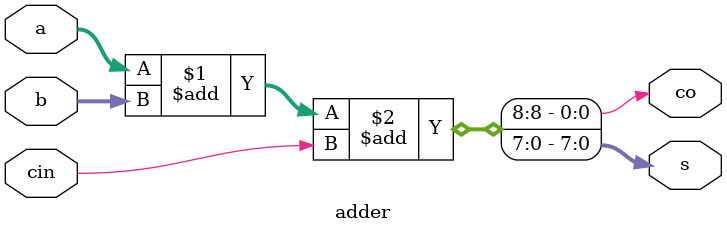
<source format=v>
module adder #(
	parameter N = 8
)(
	input [N-1:0] a, b,
	input cin, 
	output [N-1:0] s,
	output co
);
	assign {co, s} = a + b + cin;
endmodule
</source>
